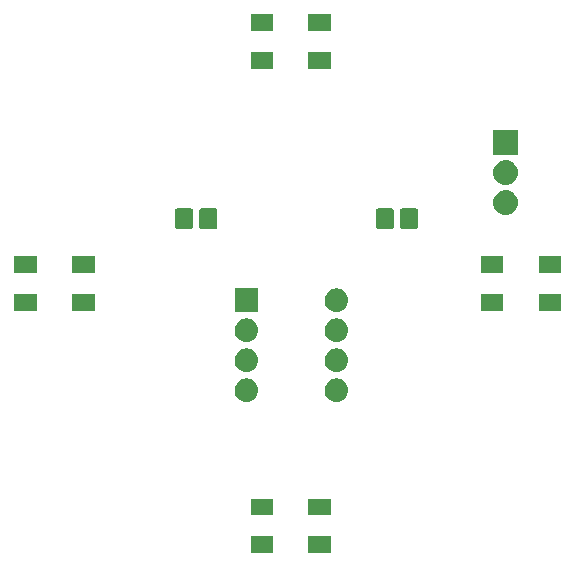
<source format=gbr>
G04 #@! TF.GenerationSoftware,KiCad,Pcbnew,5.0.2+dfsg1-1*
G04 #@! TF.CreationDate,2019-07-05T17:04:00+02:00*
G04 #@! TF.ProjectId,PollFoll,506f6c6c-466f-46c6-9c2e-6b696361645f,rev?*
G04 #@! TF.SameCoordinates,Original*
G04 #@! TF.FileFunction,Soldermask,Top*
G04 #@! TF.FilePolarity,Negative*
%FSLAX46Y46*%
G04 Gerber Fmt 4.6, Leading zero omitted, Abs format (unit mm)*
G04 Created by KiCad (PCBNEW 5.0.2+dfsg1-1) date vie 05 jul 2019 17:04:00 CEST*
%MOMM*%
%LPD*%
G01*
G04 APERTURE LIST*
%ADD10C,0.100000*%
G04 APERTURE END LIST*
D10*
G36*
X139400000Y-102300000D02*
X137500000Y-102300000D01*
X137500000Y-100900000D01*
X139400000Y-100900000D01*
X139400000Y-102300000D01*
X139400000Y-102300000D01*
G37*
G36*
X134500000Y-102300000D02*
X132600000Y-102300000D01*
X132600000Y-100900000D01*
X134500000Y-100900000D01*
X134500000Y-102300000D01*
X134500000Y-102300000D01*
G37*
G36*
X139400000Y-99100000D02*
X137500000Y-99100000D01*
X137500000Y-97700000D01*
X139400000Y-97700000D01*
X139400000Y-99100000D01*
X139400000Y-99100000D01*
G37*
G36*
X134500000Y-99100000D02*
X132600000Y-99100000D01*
X132600000Y-97700000D01*
X134500000Y-97700000D01*
X134500000Y-99100000D01*
X134500000Y-99100000D01*
G37*
G36*
X132446030Y-87534469D02*
X132446033Y-87534470D01*
X132446034Y-87534470D01*
X132634535Y-87591651D01*
X132634537Y-87591652D01*
X132808260Y-87684509D01*
X132960528Y-87809472D01*
X133085491Y-87961740D01*
X133178348Y-88135463D01*
X133235531Y-88323970D01*
X133254838Y-88520000D01*
X133235531Y-88716030D01*
X133178348Y-88904537D01*
X133085491Y-89078260D01*
X132960528Y-89230528D01*
X132808260Y-89355491D01*
X132808258Y-89355492D01*
X132634535Y-89448349D01*
X132446034Y-89505530D01*
X132446033Y-89505530D01*
X132446030Y-89505531D01*
X132299124Y-89520000D01*
X132200876Y-89520000D01*
X132053970Y-89505531D01*
X132053967Y-89505530D01*
X132053966Y-89505530D01*
X131865465Y-89448349D01*
X131691742Y-89355492D01*
X131691740Y-89355491D01*
X131539472Y-89230528D01*
X131414509Y-89078260D01*
X131321652Y-88904537D01*
X131264469Y-88716030D01*
X131245162Y-88520000D01*
X131264469Y-88323970D01*
X131321652Y-88135463D01*
X131414509Y-87961740D01*
X131539472Y-87809472D01*
X131691740Y-87684509D01*
X131865463Y-87591652D01*
X131865465Y-87591651D01*
X132053966Y-87534470D01*
X132053967Y-87534470D01*
X132053970Y-87534469D01*
X132200876Y-87520000D01*
X132299124Y-87520000D01*
X132446030Y-87534469D01*
X132446030Y-87534469D01*
G37*
G36*
X140066030Y-87534469D02*
X140066033Y-87534470D01*
X140066034Y-87534470D01*
X140254535Y-87591651D01*
X140254537Y-87591652D01*
X140428260Y-87684509D01*
X140580528Y-87809472D01*
X140705491Y-87961740D01*
X140798348Y-88135463D01*
X140855531Y-88323970D01*
X140874838Y-88520000D01*
X140855531Y-88716030D01*
X140798348Y-88904537D01*
X140705491Y-89078260D01*
X140580528Y-89230528D01*
X140428260Y-89355491D01*
X140428258Y-89355492D01*
X140254535Y-89448349D01*
X140066034Y-89505530D01*
X140066033Y-89505530D01*
X140066030Y-89505531D01*
X139919124Y-89520000D01*
X139820876Y-89520000D01*
X139673970Y-89505531D01*
X139673967Y-89505530D01*
X139673966Y-89505530D01*
X139485465Y-89448349D01*
X139311742Y-89355492D01*
X139311740Y-89355491D01*
X139159472Y-89230528D01*
X139034509Y-89078260D01*
X138941652Y-88904537D01*
X138884469Y-88716030D01*
X138865162Y-88520000D01*
X138884469Y-88323970D01*
X138941652Y-88135463D01*
X139034509Y-87961740D01*
X139159472Y-87809472D01*
X139311740Y-87684509D01*
X139485463Y-87591652D01*
X139485465Y-87591651D01*
X139673966Y-87534470D01*
X139673967Y-87534470D01*
X139673970Y-87534469D01*
X139820876Y-87520000D01*
X139919124Y-87520000D01*
X140066030Y-87534469D01*
X140066030Y-87534469D01*
G37*
G36*
X132446030Y-84994469D02*
X132446033Y-84994470D01*
X132446034Y-84994470D01*
X132634535Y-85051651D01*
X132634537Y-85051652D01*
X132808260Y-85144509D01*
X132960528Y-85269472D01*
X133085491Y-85421740D01*
X133178348Y-85595463D01*
X133235531Y-85783970D01*
X133254838Y-85980000D01*
X133235531Y-86176030D01*
X133178348Y-86364537D01*
X133085491Y-86538260D01*
X132960528Y-86690528D01*
X132808260Y-86815491D01*
X132808258Y-86815492D01*
X132634535Y-86908349D01*
X132446034Y-86965530D01*
X132446033Y-86965530D01*
X132446030Y-86965531D01*
X132299124Y-86980000D01*
X132200876Y-86980000D01*
X132053970Y-86965531D01*
X132053967Y-86965530D01*
X132053966Y-86965530D01*
X131865465Y-86908349D01*
X131691742Y-86815492D01*
X131691740Y-86815491D01*
X131539472Y-86690528D01*
X131414509Y-86538260D01*
X131321652Y-86364537D01*
X131264469Y-86176030D01*
X131245162Y-85980000D01*
X131264469Y-85783970D01*
X131321652Y-85595463D01*
X131414509Y-85421740D01*
X131539472Y-85269472D01*
X131691740Y-85144509D01*
X131865463Y-85051652D01*
X131865465Y-85051651D01*
X132053966Y-84994470D01*
X132053967Y-84994470D01*
X132053970Y-84994469D01*
X132200876Y-84980000D01*
X132299124Y-84980000D01*
X132446030Y-84994469D01*
X132446030Y-84994469D01*
G37*
G36*
X140066030Y-84994469D02*
X140066033Y-84994470D01*
X140066034Y-84994470D01*
X140254535Y-85051651D01*
X140254537Y-85051652D01*
X140428260Y-85144509D01*
X140580528Y-85269472D01*
X140705491Y-85421740D01*
X140798348Y-85595463D01*
X140855531Y-85783970D01*
X140874838Y-85980000D01*
X140855531Y-86176030D01*
X140798348Y-86364537D01*
X140705491Y-86538260D01*
X140580528Y-86690528D01*
X140428260Y-86815491D01*
X140428258Y-86815492D01*
X140254535Y-86908349D01*
X140066034Y-86965530D01*
X140066033Y-86965530D01*
X140066030Y-86965531D01*
X139919124Y-86980000D01*
X139820876Y-86980000D01*
X139673970Y-86965531D01*
X139673967Y-86965530D01*
X139673966Y-86965530D01*
X139485465Y-86908349D01*
X139311742Y-86815492D01*
X139311740Y-86815491D01*
X139159472Y-86690528D01*
X139034509Y-86538260D01*
X138941652Y-86364537D01*
X138884469Y-86176030D01*
X138865162Y-85980000D01*
X138884469Y-85783970D01*
X138941652Y-85595463D01*
X139034509Y-85421740D01*
X139159472Y-85269472D01*
X139311740Y-85144509D01*
X139485463Y-85051652D01*
X139485465Y-85051651D01*
X139673966Y-84994470D01*
X139673967Y-84994470D01*
X139673970Y-84994469D01*
X139820876Y-84980000D01*
X139919124Y-84980000D01*
X140066030Y-84994469D01*
X140066030Y-84994469D01*
G37*
G36*
X132446030Y-82454469D02*
X132446033Y-82454470D01*
X132446034Y-82454470D01*
X132634535Y-82511651D01*
X132634537Y-82511652D01*
X132808260Y-82604509D01*
X132960528Y-82729472D01*
X133085491Y-82881740D01*
X133178348Y-83055463D01*
X133235531Y-83243970D01*
X133254838Y-83440000D01*
X133235531Y-83636030D01*
X133178348Y-83824537D01*
X133085491Y-83998260D01*
X132960528Y-84150528D01*
X132808260Y-84275491D01*
X132808258Y-84275492D01*
X132634535Y-84368349D01*
X132446034Y-84425530D01*
X132446033Y-84425530D01*
X132446030Y-84425531D01*
X132299124Y-84440000D01*
X132200876Y-84440000D01*
X132053970Y-84425531D01*
X132053967Y-84425530D01*
X132053966Y-84425530D01*
X131865465Y-84368349D01*
X131691742Y-84275492D01*
X131691740Y-84275491D01*
X131539472Y-84150528D01*
X131414509Y-83998260D01*
X131321652Y-83824537D01*
X131264469Y-83636030D01*
X131245162Y-83440000D01*
X131264469Y-83243970D01*
X131321652Y-83055463D01*
X131414509Y-82881740D01*
X131539472Y-82729472D01*
X131691740Y-82604509D01*
X131865463Y-82511652D01*
X131865465Y-82511651D01*
X132053966Y-82454470D01*
X132053967Y-82454470D01*
X132053970Y-82454469D01*
X132200876Y-82440000D01*
X132299124Y-82440000D01*
X132446030Y-82454469D01*
X132446030Y-82454469D01*
G37*
G36*
X140066030Y-82454469D02*
X140066033Y-82454470D01*
X140066034Y-82454470D01*
X140254535Y-82511651D01*
X140254537Y-82511652D01*
X140428260Y-82604509D01*
X140580528Y-82729472D01*
X140705491Y-82881740D01*
X140798348Y-83055463D01*
X140855531Y-83243970D01*
X140874838Y-83440000D01*
X140855531Y-83636030D01*
X140798348Y-83824537D01*
X140705491Y-83998260D01*
X140580528Y-84150528D01*
X140428260Y-84275491D01*
X140428258Y-84275492D01*
X140254535Y-84368349D01*
X140066034Y-84425530D01*
X140066033Y-84425530D01*
X140066030Y-84425531D01*
X139919124Y-84440000D01*
X139820876Y-84440000D01*
X139673970Y-84425531D01*
X139673967Y-84425530D01*
X139673966Y-84425530D01*
X139485465Y-84368349D01*
X139311742Y-84275492D01*
X139311740Y-84275491D01*
X139159472Y-84150528D01*
X139034509Y-83998260D01*
X138941652Y-83824537D01*
X138884469Y-83636030D01*
X138865162Y-83440000D01*
X138884469Y-83243970D01*
X138941652Y-83055463D01*
X139034509Y-82881740D01*
X139159472Y-82729472D01*
X139311740Y-82604509D01*
X139485463Y-82511652D01*
X139485465Y-82511651D01*
X139673966Y-82454470D01*
X139673967Y-82454470D01*
X139673970Y-82454469D01*
X139820876Y-82440000D01*
X139919124Y-82440000D01*
X140066030Y-82454469D01*
X140066030Y-82454469D01*
G37*
G36*
X133250000Y-81900000D02*
X131250000Y-81900000D01*
X131250000Y-79900000D01*
X133250000Y-79900000D01*
X133250000Y-81900000D01*
X133250000Y-81900000D01*
G37*
G36*
X140066030Y-79914469D02*
X140066033Y-79914470D01*
X140066034Y-79914470D01*
X140254535Y-79971651D01*
X140254537Y-79971652D01*
X140428260Y-80064509D01*
X140580528Y-80189472D01*
X140705491Y-80341740D01*
X140798348Y-80515463D01*
X140855531Y-80703970D01*
X140874838Y-80900000D01*
X140855531Y-81096030D01*
X140798348Y-81284537D01*
X140705491Y-81458260D01*
X140580528Y-81610528D01*
X140428260Y-81735491D01*
X140428258Y-81735492D01*
X140254535Y-81828349D01*
X140066034Y-81885530D01*
X140066033Y-81885530D01*
X140066030Y-81885531D01*
X139919124Y-81900000D01*
X139820876Y-81900000D01*
X139673970Y-81885531D01*
X139673967Y-81885530D01*
X139673966Y-81885530D01*
X139485465Y-81828349D01*
X139311742Y-81735492D01*
X139311740Y-81735491D01*
X139159472Y-81610528D01*
X139034509Y-81458260D01*
X138941652Y-81284537D01*
X138884469Y-81096030D01*
X138865162Y-80900000D01*
X138884469Y-80703970D01*
X138941652Y-80515463D01*
X139034509Y-80341740D01*
X139159472Y-80189472D01*
X139311740Y-80064509D01*
X139485463Y-79971652D01*
X139485465Y-79971651D01*
X139673966Y-79914470D01*
X139673967Y-79914470D01*
X139673970Y-79914469D01*
X139820876Y-79900000D01*
X139919124Y-79900000D01*
X140066030Y-79914469D01*
X140066030Y-79914469D01*
G37*
G36*
X158900000Y-81800000D02*
X157000000Y-81800000D01*
X157000000Y-80400000D01*
X158900000Y-80400000D01*
X158900000Y-81800000D01*
X158900000Y-81800000D01*
G37*
G36*
X114500000Y-81800000D02*
X112600000Y-81800000D01*
X112600000Y-80400000D01*
X114500000Y-80400000D01*
X114500000Y-81800000D01*
X114500000Y-81800000D01*
G37*
G36*
X154000000Y-81800000D02*
X152100000Y-81800000D01*
X152100000Y-80400000D01*
X154000000Y-80400000D01*
X154000000Y-81800000D01*
X154000000Y-81800000D01*
G37*
G36*
X119400000Y-81800000D02*
X117500000Y-81800000D01*
X117500000Y-80400000D01*
X119400000Y-80400000D01*
X119400000Y-81800000D01*
X119400000Y-81800000D01*
G37*
G36*
X114500000Y-78600000D02*
X112600000Y-78600000D01*
X112600000Y-77200000D01*
X114500000Y-77200000D01*
X114500000Y-78600000D01*
X114500000Y-78600000D01*
G37*
G36*
X119400000Y-78600000D02*
X117500000Y-78600000D01*
X117500000Y-77200000D01*
X119400000Y-77200000D01*
X119400000Y-78600000D01*
X119400000Y-78600000D01*
G37*
G36*
X158900000Y-78600000D02*
X157000000Y-78600000D01*
X157000000Y-77200000D01*
X158900000Y-77200000D01*
X158900000Y-78600000D01*
X158900000Y-78600000D01*
G37*
G36*
X154000000Y-78600000D02*
X152100000Y-78600000D01*
X152100000Y-77200000D01*
X154000000Y-77200000D01*
X154000000Y-78600000D01*
X154000000Y-78600000D01*
G37*
G36*
X146585530Y-73105710D02*
X146635379Y-73120831D01*
X146681311Y-73145382D01*
X146721574Y-73178426D01*
X146754618Y-73218689D01*
X146779169Y-73264621D01*
X146794290Y-73314470D01*
X146800000Y-73372444D01*
X146800000Y-74627556D01*
X146794290Y-74685530D01*
X146779169Y-74735379D01*
X146754618Y-74781311D01*
X146721574Y-74821574D01*
X146681311Y-74854618D01*
X146635379Y-74879169D01*
X146585530Y-74894290D01*
X146527556Y-74900000D01*
X145522444Y-74900000D01*
X145464470Y-74894290D01*
X145414621Y-74879169D01*
X145368689Y-74854618D01*
X145328426Y-74821574D01*
X145295382Y-74781311D01*
X145270831Y-74735379D01*
X145255710Y-74685530D01*
X145250000Y-74627556D01*
X145250000Y-73372444D01*
X145255710Y-73314470D01*
X145270831Y-73264621D01*
X145295382Y-73218689D01*
X145328426Y-73178426D01*
X145368689Y-73145382D01*
X145414621Y-73120831D01*
X145464470Y-73105710D01*
X145522444Y-73100000D01*
X146527556Y-73100000D01*
X146585530Y-73105710D01*
X146585530Y-73105710D01*
G37*
G36*
X144535530Y-73105710D02*
X144585379Y-73120831D01*
X144631311Y-73145382D01*
X144671574Y-73178426D01*
X144704618Y-73218689D01*
X144729169Y-73264621D01*
X144744290Y-73314470D01*
X144750000Y-73372444D01*
X144750000Y-74627556D01*
X144744290Y-74685530D01*
X144729169Y-74735379D01*
X144704618Y-74781311D01*
X144671574Y-74821574D01*
X144631311Y-74854618D01*
X144585379Y-74879169D01*
X144535530Y-74894290D01*
X144477556Y-74900000D01*
X143472444Y-74900000D01*
X143414470Y-74894290D01*
X143364621Y-74879169D01*
X143318689Y-74854618D01*
X143278426Y-74821574D01*
X143245382Y-74781311D01*
X143220831Y-74735379D01*
X143205710Y-74685530D01*
X143200000Y-74627556D01*
X143200000Y-73372444D01*
X143205710Y-73314470D01*
X143220831Y-73264621D01*
X143245382Y-73218689D01*
X143278426Y-73178426D01*
X143318689Y-73145382D01*
X143364621Y-73120831D01*
X143414470Y-73105710D01*
X143472444Y-73100000D01*
X144477556Y-73100000D01*
X144535530Y-73105710D01*
X144535530Y-73105710D01*
G37*
G36*
X129585530Y-73105710D02*
X129635379Y-73120831D01*
X129681311Y-73145382D01*
X129721574Y-73178426D01*
X129754618Y-73218689D01*
X129779169Y-73264621D01*
X129794290Y-73314470D01*
X129800000Y-73372444D01*
X129800000Y-74627556D01*
X129794290Y-74685530D01*
X129779169Y-74735379D01*
X129754618Y-74781311D01*
X129721574Y-74821574D01*
X129681311Y-74854618D01*
X129635379Y-74879169D01*
X129585530Y-74894290D01*
X129527556Y-74900000D01*
X128522444Y-74900000D01*
X128464470Y-74894290D01*
X128414621Y-74879169D01*
X128368689Y-74854618D01*
X128328426Y-74821574D01*
X128295382Y-74781311D01*
X128270831Y-74735379D01*
X128255710Y-74685530D01*
X128250000Y-74627556D01*
X128250000Y-73372444D01*
X128255710Y-73314470D01*
X128270831Y-73264621D01*
X128295382Y-73218689D01*
X128328426Y-73178426D01*
X128368689Y-73145382D01*
X128414621Y-73120831D01*
X128464470Y-73105710D01*
X128522444Y-73100000D01*
X129527556Y-73100000D01*
X129585530Y-73105710D01*
X129585530Y-73105710D01*
G37*
G36*
X127535530Y-73105710D02*
X127585379Y-73120831D01*
X127631311Y-73145382D01*
X127671574Y-73178426D01*
X127704618Y-73218689D01*
X127729169Y-73264621D01*
X127744290Y-73314470D01*
X127750000Y-73372444D01*
X127750000Y-74627556D01*
X127744290Y-74685530D01*
X127729169Y-74735379D01*
X127704618Y-74781311D01*
X127671574Y-74821574D01*
X127631311Y-74854618D01*
X127585379Y-74879169D01*
X127535530Y-74894290D01*
X127477556Y-74900000D01*
X126472444Y-74900000D01*
X126414470Y-74894290D01*
X126364621Y-74879169D01*
X126318689Y-74854618D01*
X126278426Y-74821574D01*
X126245382Y-74781311D01*
X126220831Y-74735379D01*
X126205710Y-74685530D01*
X126200000Y-74627556D01*
X126200000Y-73372444D01*
X126205710Y-73314470D01*
X126220831Y-73264621D01*
X126245382Y-73218689D01*
X126278426Y-73178426D01*
X126318689Y-73145382D01*
X126364621Y-73120831D01*
X126414470Y-73105710D01*
X126472444Y-73100000D01*
X127477556Y-73100000D01*
X127535530Y-73105710D01*
X127535530Y-73105710D01*
G37*
G36*
X154328707Y-71597596D02*
X154405836Y-71605193D01*
X154537787Y-71645220D01*
X154603763Y-71665233D01*
X154786172Y-71762733D01*
X154946054Y-71893946D01*
X155077267Y-72053828D01*
X155174767Y-72236237D01*
X155174767Y-72236238D01*
X155234807Y-72434164D01*
X155255080Y-72640000D01*
X155234807Y-72845836D01*
X155194780Y-72977787D01*
X155174767Y-73043763D01*
X155077267Y-73226172D01*
X154946054Y-73386054D01*
X154786172Y-73517267D01*
X154603763Y-73614767D01*
X154537787Y-73634780D01*
X154405836Y-73674807D01*
X154328707Y-73682403D01*
X154251580Y-73690000D01*
X154148420Y-73690000D01*
X154071293Y-73682403D01*
X153994164Y-73674807D01*
X153862213Y-73634780D01*
X153796237Y-73614767D01*
X153613828Y-73517267D01*
X153453946Y-73386054D01*
X153322733Y-73226172D01*
X153225233Y-73043763D01*
X153205220Y-72977787D01*
X153165193Y-72845836D01*
X153144920Y-72640000D01*
X153165193Y-72434164D01*
X153225233Y-72236238D01*
X153225233Y-72236237D01*
X153322733Y-72053828D01*
X153453946Y-71893946D01*
X153613828Y-71762733D01*
X153796237Y-71665233D01*
X153862213Y-71645220D01*
X153994164Y-71605193D01*
X154071293Y-71597596D01*
X154148420Y-71590000D01*
X154251580Y-71590000D01*
X154328707Y-71597596D01*
X154328707Y-71597596D01*
G37*
G36*
X154328707Y-69057597D02*
X154405836Y-69065193D01*
X154537787Y-69105220D01*
X154603763Y-69125233D01*
X154786172Y-69222733D01*
X154946054Y-69353946D01*
X155077267Y-69513828D01*
X155174767Y-69696237D01*
X155174767Y-69696238D01*
X155234807Y-69894164D01*
X155255080Y-70100000D01*
X155234807Y-70305836D01*
X155194780Y-70437787D01*
X155174767Y-70503763D01*
X155077267Y-70686172D01*
X154946054Y-70846054D01*
X154786172Y-70977267D01*
X154603763Y-71074767D01*
X154537787Y-71094780D01*
X154405836Y-71134807D01*
X154328707Y-71142404D01*
X154251580Y-71150000D01*
X154148420Y-71150000D01*
X154071293Y-71142404D01*
X153994164Y-71134807D01*
X153862213Y-71094780D01*
X153796237Y-71074767D01*
X153613828Y-70977267D01*
X153453946Y-70846054D01*
X153322733Y-70686172D01*
X153225233Y-70503763D01*
X153205220Y-70437787D01*
X153165193Y-70305836D01*
X153144920Y-70100000D01*
X153165193Y-69894164D01*
X153225233Y-69696238D01*
X153225233Y-69696237D01*
X153322733Y-69513828D01*
X153453946Y-69353946D01*
X153613828Y-69222733D01*
X153796237Y-69125233D01*
X153862213Y-69105220D01*
X153994164Y-69065193D01*
X154071293Y-69057597D01*
X154148420Y-69050000D01*
X154251580Y-69050000D01*
X154328707Y-69057597D01*
X154328707Y-69057597D01*
G37*
G36*
X155250000Y-68610000D02*
X153150000Y-68610000D01*
X153150000Y-66510000D01*
X155250000Y-66510000D01*
X155250000Y-68610000D01*
X155250000Y-68610000D01*
G37*
G36*
X134500000Y-61300000D02*
X132600000Y-61300000D01*
X132600000Y-59900000D01*
X134500000Y-59900000D01*
X134500000Y-61300000D01*
X134500000Y-61300000D01*
G37*
G36*
X139400000Y-61300000D02*
X137500000Y-61300000D01*
X137500000Y-59900000D01*
X139400000Y-59900000D01*
X139400000Y-61300000D01*
X139400000Y-61300000D01*
G37*
G36*
X139400000Y-58100000D02*
X137500000Y-58100000D01*
X137500000Y-56700000D01*
X139400000Y-56700000D01*
X139400000Y-58100000D01*
X139400000Y-58100000D01*
G37*
G36*
X134500000Y-58100000D02*
X132600000Y-58100000D01*
X132600000Y-56700000D01*
X134500000Y-56700000D01*
X134500000Y-58100000D01*
X134500000Y-58100000D01*
G37*
M02*

</source>
